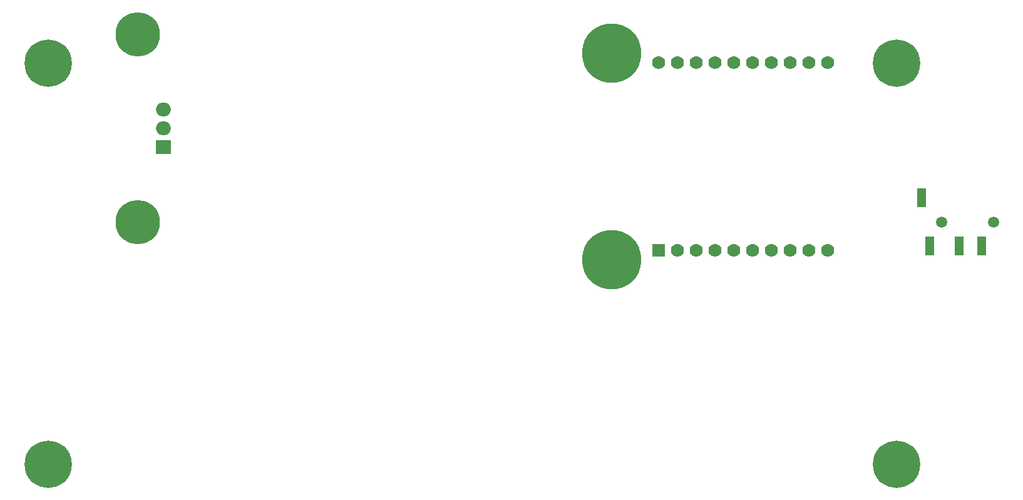
<source format=gbr>
%TF.GenerationSoftware,KiCad,Pcbnew,(7.0.0)*%
%TF.CreationDate,2024-01-21T10:46:32+01:00*%
%TF.ProjectId,bed-smart-plug,6265642d-736d-4617-9274-2d706c75672e,rev?*%
%TF.SameCoordinates,Original*%
%TF.FileFunction,Soldermask,Top*%
%TF.FilePolarity,Negative*%
%FSLAX46Y46*%
G04 Gerber Fmt 4.6, Leading zero omitted, Abs format (unit mm)*
G04 Created by KiCad (PCBNEW (7.0.0)) date 2024-01-21 10:46:33*
%MOMM*%
%LPD*%
G01*
G04 APERTURE LIST*
%ADD10C,8.000000*%
%ADD11C,6.400000*%
%ADD12C,6.000000*%
%ADD13R,1.778000X1.778000*%
%ADD14C,1.778000*%
%ADD15C,1.500000*%
%ADD16R,1.200000X2.500000*%
%ADD17R,2.000000X1.905000*%
%ADD18O,2.000000X1.905000*%
G04 APERTURE END LIST*
D10*
%TO.C,*%
X168656000Y-54864000D03*
%TD*%
D11*
%TO.C,*%
X207146000Y-56279000D03*
%TD*%
D12*
%TO.C,HS1*%
X104521000Y-77724000D03*
X104521000Y-52324000D03*
%TD*%
D11*
%TO.C,*%
X92396000Y-56279000D03*
%TD*%
%TO.C,*%
X207146000Y-110529000D03*
%TD*%
D13*
%TO.C,U1*%
X175005999Y-81533999D03*
D14*
X177546000Y-81534000D03*
X180086000Y-81534000D03*
X182626000Y-81534000D03*
X185166000Y-81534000D03*
X187706000Y-81534000D03*
X190246000Y-81534000D03*
X192786000Y-81534000D03*
X195326000Y-81534000D03*
X197866000Y-81534000D03*
X197866000Y-56134000D03*
X195326000Y-56134000D03*
X192786000Y-56134000D03*
X190246000Y-56134000D03*
X187706000Y-56134000D03*
X185166000Y-56134000D03*
X182626000Y-56134000D03*
X180086000Y-56134000D03*
X177546000Y-56134000D03*
X175006000Y-56134000D03*
%TD*%
D15*
%TO.C,J3*%
X220234000Y-77724000D03*
X213234000Y-77724000D03*
D16*
X215633999Y-80973999D03*
X218633999Y-80973999D03*
X210533999Y-74473999D03*
X211633999Y-80973999D03*
%TD*%
D17*
%TO.C,Q1*%
X108005999Y-67563999D03*
D18*
X108005999Y-65023999D03*
X108005999Y-62483999D03*
%TD*%
D11*
%TO.C,*%
X92396000Y-110529000D03*
%TD*%
D10*
%TO.C,*%
X168656000Y-82804000D03*
%TD*%
M02*

</source>
